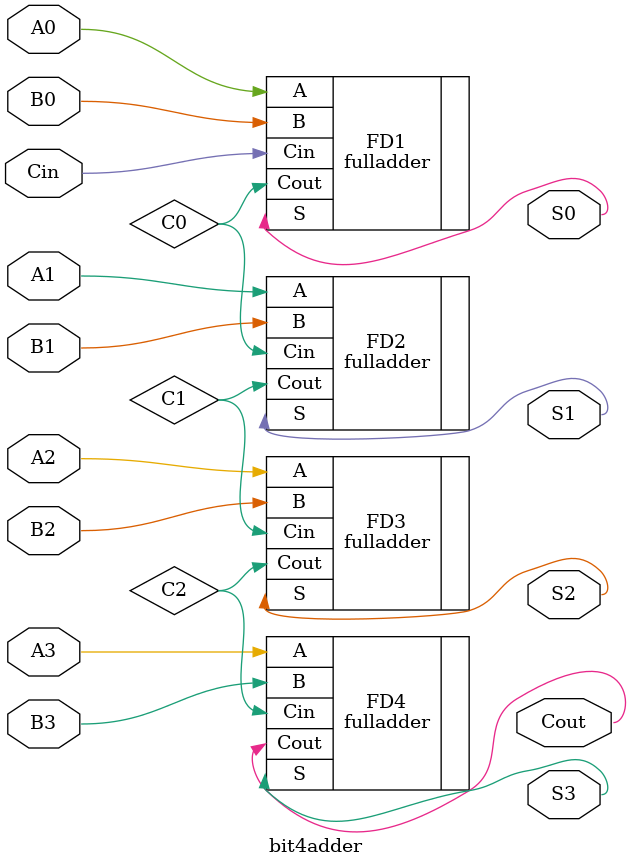
<source format=sv>
`timescale 1ns / 1ps


module bit4adder(
        input logic A0, A1, A2, A3,
        input logic B0, B1, B2, B3,
        input logic Cin,
        output logic S0, S1, S2, S3,
        output logic Cout

    );
    logic C0, C1, C2;
    
    fulladder FD1(.S(S0), .Cout(C0), .A(A0), .B(B0), .Cin(Cin));
    fulladder FD2(.S(S1), .Cout(C1), .A(A1), .B(B1), .Cin(C0));
    fulladder FD3(.S(S2), .Cout(C2), .A(A2), .B(B2), .Cin(C1));
    fulladder FD4(.S(S3), .Cout(Cout), .A(A3), .B(B3), .Cin(C2));
    
endmodule

</source>
